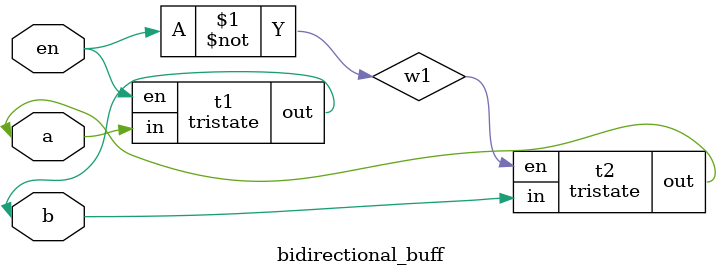
<source format=v>
module tristate(
    input en,
    input in,
    output out, output reg reg_out
    );
    assign out=reg_out;
    always @(*)
    begin
    if(en)
    begin
        reg_out<=in;
    end 
    else begin
        reg_out<=1'bz;
    end
    end
        
endmodule

module bidirectional_buff(inout a,inout b,input en);
wire w1;
not I1(w1,en);
tristate t1(.en(en),.in(a),.out(b));           /*assign a=en?b:1'bz;
                                                 assign b=~en?a:1'bz; */
tristate t2(.en(w1),.in(b),.out(a));
endmodule

</source>
